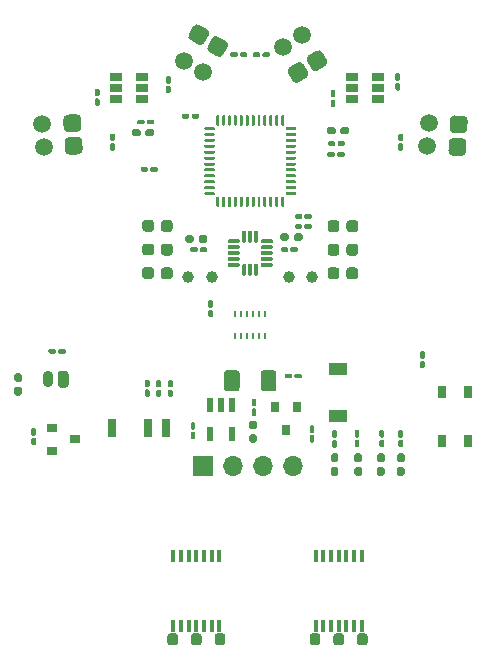
<source format=gts>
G04 #@! TF.GenerationSoftware,KiCad,Pcbnew,(5.1.7)-1*
G04 #@! TF.CreationDate,2021-06-23T20:49:00+09:00*
G04 #@! TF.ProjectId,lapis,6c617069-732e-46b6-9963-61645f706362,rev?*
G04 #@! TF.SameCoordinates,Original*
G04 #@! TF.FileFunction,Soldermask,Top*
G04 #@! TF.FilePolarity,Negative*
%FSLAX46Y46*%
G04 Gerber Fmt 4.6, Leading zero omitted, Abs format (unit mm)*
G04 Created by KiCad (PCBNEW (5.1.7)-1) date 2021-06-23 20:49:00*
%MOMM*%
%LPD*%
G01*
G04 APERTURE LIST*
%ADD10R,0.700000X1.500000*%
%ADD11C,1.000000*%
%ADD12R,0.600000X1.200000*%
%ADD13R,0.250000X0.500000*%
%ADD14R,0.450000X1.000000*%
%ADD15R,1.060000X0.650000*%
%ADD16R,0.650000X1.050000*%
%ADD17C,1.500000*%
%ADD18R,0.800000X0.900000*%
%ADD19R,0.900000X0.800000*%
%ADD20R,1.600000X1.000000*%
%ADD21O,1.700000X1.700000*%
%ADD22R,1.700000X1.700000*%
%ADD23O,0.900000X1.400000*%
G04 APERTURE END LIST*
D10*
X138090000Y-118800000D03*
X136590000Y-118800000D03*
X133590000Y-118800000D03*
D11*
X148500000Y-106000000D03*
X150500000Y-106000000D03*
X142000000Y-106000000D03*
X140000000Y-106000000D03*
D12*
X143750000Y-119350000D03*
X141850000Y-119350000D03*
X141850000Y-116850000D03*
X142800000Y-116850000D03*
X143750000Y-116850000D03*
D13*
X144000000Y-109140000D03*
X144500000Y-109140000D03*
X145000000Y-109140000D03*
X145500000Y-109140000D03*
X146000000Y-109140000D03*
X146500000Y-109140000D03*
X146500000Y-111040000D03*
X146000000Y-111040000D03*
X145500000Y-111040000D03*
X145000000Y-111040000D03*
X144500000Y-111040000D03*
X144000000Y-111040000D03*
D14*
X142650000Y-135538000D03*
X142000000Y-135538000D03*
X141350000Y-135538000D03*
X140700000Y-135538000D03*
X140050000Y-135538000D03*
X139400000Y-135538000D03*
X138750000Y-135538000D03*
X138750000Y-129662000D03*
X139400000Y-129662000D03*
X140050000Y-129662000D03*
X140700000Y-129662000D03*
X141350000Y-129662000D03*
X142000000Y-129662000D03*
X142650000Y-129662000D03*
X154690000Y-135530000D03*
X154040000Y-135530000D03*
X153390000Y-135530000D03*
X152740000Y-135530000D03*
X152090000Y-135530000D03*
X151440000Y-135530000D03*
X150790000Y-135530000D03*
X150790000Y-129654000D03*
X151440000Y-129654000D03*
X152090000Y-129654000D03*
X152740000Y-129654000D03*
X153390000Y-129654000D03*
X154040000Y-129654000D03*
X154690000Y-129654000D03*
G36*
G01*
X149670000Y-100790000D02*
X149670000Y-100990000D01*
G75*
G02*
X149570000Y-101090000I-100000J0D01*
G01*
X149135000Y-101090000D01*
G75*
G02*
X149035000Y-100990000I0J100000D01*
G01*
X149035000Y-100790000D01*
G75*
G02*
X149135000Y-100690000I100000J0D01*
G01*
X149570000Y-100690000D01*
G75*
G02*
X149670000Y-100790000I0J-100000D01*
G01*
G37*
G36*
G01*
X150485000Y-100790000D02*
X150485000Y-100990000D01*
G75*
G02*
X150385000Y-101090000I-100000J0D01*
G01*
X149950000Y-101090000D01*
G75*
G02*
X149850000Y-100990000I0J100000D01*
G01*
X149850000Y-100790000D01*
G75*
G02*
X149950000Y-100690000I100000J0D01*
G01*
X150385000Y-100690000D01*
G75*
G02*
X150485000Y-100790000I0J-100000D01*
G01*
G37*
G36*
G01*
X154300000Y-136965000D02*
X154300000Y-136415000D01*
G75*
G02*
X154525000Y-136190000I225000J0D01*
G01*
X154975000Y-136190000D01*
G75*
G02*
X155200000Y-136415000I0J-225000D01*
G01*
X155200000Y-136965000D01*
G75*
G02*
X154975000Y-137190000I-225000J0D01*
G01*
X154525000Y-137190000D01*
G75*
G02*
X154300000Y-136965000I0J225000D01*
G01*
G37*
G36*
G01*
X152300000Y-136965000D02*
X152300000Y-136415000D01*
G75*
G02*
X152525000Y-136190000I225000J0D01*
G01*
X152975000Y-136190000D01*
G75*
G02*
X153200000Y-136415000I0J-225000D01*
G01*
X153200000Y-136965000D01*
G75*
G02*
X152975000Y-137190000I-225000J0D01*
G01*
X152525000Y-137190000D01*
G75*
G02*
X152300000Y-136965000I0J225000D01*
G01*
G37*
G36*
G01*
X150300000Y-136965000D02*
X150300000Y-136415000D01*
G75*
G02*
X150525000Y-136190000I225000J0D01*
G01*
X150975000Y-136190000D01*
G75*
G02*
X151200000Y-136415000I0J-225000D01*
G01*
X151200000Y-136965000D01*
G75*
G02*
X150975000Y-137190000I-225000J0D01*
G01*
X150525000Y-137190000D01*
G75*
G02*
X150300000Y-136965000I0J225000D01*
G01*
G37*
G36*
G01*
X142245000Y-136965000D02*
X142245000Y-136415000D01*
G75*
G02*
X142470000Y-136190000I225000J0D01*
G01*
X142920000Y-136190000D01*
G75*
G02*
X143145000Y-136415000I0J-225000D01*
G01*
X143145000Y-136965000D01*
G75*
G02*
X142920000Y-137190000I-225000J0D01*
G01*
X142470000Y-137190000D01*
G75*
G02*
X142245000Y-136965000I0J225000D01*
G01*
G37*
G36*
G01*
X140245000Y-136965000D02*
X140245000Y-136415000D01*
G75*
G02*
X140470000Y-136190000I225000J0D01*
G01*
X140920000Y-136190000D01*
G75*
G02*
X141145000Y-136415000I0J-225000D01*
G01*
X141145000Y-136965000D01*
G75*
G02*
X140920000Y-137190000I-225000J0D01*
G01*
X140470000Y-137190000D01*
G75*
G02*
X140245000Y-136965000I0J225000D01*
G01*
G37*
G36*
G01*
X138245000Y-136965000D02*
X138245000Y-136415000D01*
G75*
G02*
X138470000Y-136190000I225000J0D01*
G01*
X138920000Y-136190000D01*
G75*
G02*
X139145000Y-136415000I0J-225000D01*
G01*
X139145000Y-136965000D01*
G75*
G02*
X138920000Y-137190000I-225000J0D01*
G01*
X138470000Y-137190000D01*
G75*
G02*
X138245000Y-136965000I0J225000D01*
G01*
G37*
G36*
G01*
X144575000Y-103012500D02*
X144575000Y-102187500D01*
G75*
G02*
X144662500Y-102100000I87500J0D01*
G01*
X144837500Y-102100000D01*
G75*
G02*
X144925000Y-102187500I0J-87500D01*
G01*
X144925000Y-103012500D01*
G75*
G02*
X144837500Y-103100000I-87500J0D01*
G01*
X144662500Y-103100000D01*
G75*
G02*
X144575000Y-103012500I0J87500D01*
G01*
G37*
G36*
G01*
X145075000Y-103012500D02*
X145075000Y-102187500D01*
G75*
G02*
X145162500Y-102100000I87500J0D01*
G01*
X145337500Y-102100000D01*
G75*
G02*
X145425000Y-102187500I0J-87500D01*
G01*
X145425000Y-103012500D01*
G75*
G02*
X145337500Y-103100000I-87500J0D01*
G01*
X145162500Y-103100000D01*
G75*
G02*
X145075000Y-103012500I0J87500D01*
G01*
G37*
G36*
G01*
X145575000Y-103012500D02*
X145575000Y-102187500D01*
G75*
G02*
X145662500Y-102100000I87500J0D01*
G01*
X145837500Y-102100000D01*
G75*
G02*
X145925000Y-102187500I0J-87500D01*
G01*
X145925000Y-103012500D01*
G75*
G02*
X145837500Y-103100000I-87500J0D01*
G01*
X145662500Y-103100000D01*
G75*
G02*
X145575000Y-103012500I0J87500D01*
G01*
G37*
G36*
G01*
X146150000Y-103087500D02*
X146150000Y-102912500D01*
G75*
G02*
X146237500Y-102825000I87500J0D01*
G01*
X147062500Y-102825000D01*
G75*
G02*
X147150000Y-102912500I0J-87500D01*
G01*
X147150000Y-103087500D01*
G75*
G02*
X147062500Y-103175000I-87500J0D01*
G01*
X146237500Y-103175000D01*
G75*
G02*
X146150000Y-103087500I0J87500D01*
G01*
G37*
G36*
G01*
X146150000Y-103587500D02*
X146150000Y-103412500D01*
G75*
G02*
X146237500Y-103325000I87500J0D01*
G01*
X147062500Y-103325000D01*
G75*
G02*
X147150000Y-103412500I0J-87500D01*
G01*
X147150000Y-103587500D01*
G75*
G02*
X147062500Y-103675000I-87500J0D01*
G01*
X146237500Y-103675000D01*
G75*
G02*
X146150000Y-103587500I0J87500D01*
G01*
G37*
G36*
G01*
X146150000Y-104087500D02*
X146150000Y-103912500D01*
G75*
G02*
X146237500Y-103825000I87500J0D01*
G01*
X147062500Y-103825000D01*
G75*
G02*
X147150000Y-103912500I0J-87500D01*
G01*
X147150000Y-104087500D01*
G75*
G02*
X147062500Y-104175000I-87500J0D01*
G01*
X146237500Y-104175000D01*
G75*
G02*
X146150000Y-104087500I0J87500D01*
G01*
G37*
G36*
G01*
X146150000Y-104587500D02*
X146150000Y-104412500D01*
G75*
G02*
X146237500Y-104325000I87500J0D01*
G01*
X147062500Y-104325000D01*
G75*
G02*
X147150000Y-104412500I0J-87500D01*
G01*
X147150000Y-104587500D01*
G75*
G02*
X147062500Y-104675000I-87500J0D01*
G01*
X146237500Y-104675000D01*
G75*
G02*
X146150000Y-104587500I0J87500D01*
G01*
G37*
G36*
G01*
X146150000Y-105087500D02*
X146150000Y-104912500D01*
G75*
G02*
X146237500Y-104825000I87500J0D01*
G01*
X147062500Y-104825000D01*
G75*
G02*
X147150000Y-104912500I0J-87500D01*
G01*
X147150000Y-105087500D01*
G75*
G02*
X147062500Y-105175000I-87500J0D01*
G01*
X146237500Y-105175000D01*
G75*
G02*
X146150000Y-105087500I0J87500D01*
G01*
G37*
G36*
G01*
X145575000Y-105812500D02*
X145575000Y-104987500D01*
G75*
G02*
X145662500Y-104900000I87500J0D01*
G01*
X145837500Y-104900000D01*
G75*
G02*
X145925000Y-104987500I0J-87500D01*
G01*
X145925000Y-105812500D01*
G75*
G02*
X145837500Y-105900000I-87500J0D01*
G01*
X145662500Y-105900000D01*
G75*
G02*
X145575000Y-105812500I0J87500D01*
G01*
G37*
G36*
G01*
X145075000Y-105812500D02*
X145075000Y-104987500D01*
G75*
G02*
X145162500Y-104900000I87500J0D01*
G01*
X145337500Y-104900000D01*
G75*
G02*
X145425000Y-104987500I0J-87500D01*
G01*
X145425000Y-105812500D01*
G75*
G02*
X145337500Y-105900000I-87500J0D01*
G01*
X145162500Y-105900000D01*
G75*
G02*
X145075000Y-105812500I0J87500D01*
G01*
G37*
G36*
G01*
X144575000Y-105812500D02*
X144575000Y-104987500D01*
G75*
G02*
X144662500Y-104900000I87500J0D01*
G01*
X144837500Y-104900000D01*
G75*
G02*
X144925000Y-104987500I0J-87500D01*
G01*
X144925000Y-105812500D01*
G75*
G02*
X144837500Y-105900000I-87500J0D01*
G01*
X144662500Y-105900000D01*
G75*
G02*
X144575000Y-105812500I0J87500D01*
G01*
G37*
G36*
G01*
X143350000Y-105087500D02*
X143350000Y-104912500D01*
G75*
G02*
X143437500Y-104825000I87500J0D01*
G01*
X144262500Y-104825000D01*
G75*
G02*
X144350000Y-104912500I0J-87500D01*
G01*
X144350000Y-105087500D01*
G75*
G02*
X144262500Y-105175000I-87500J0D01*
G01*
X143437500Y-105175000D01*
G75*
G02*
X143350000Y-105087500I0J87500D01*
G01*
G37*
G36*
G01*
X143350000Y-104587500D02*
X143350000Y-104412500D01*
G75*
G02*
X143437500Y-104325000I87500J0D01*
G01*
X144262500Y-104325000D01*
G75*
G02*
X144350000Y-104412500I0J-87500D01*
G01*
X144350000Y-104587500D01*
G75*
G02*
X144262500Y-104675000I-87500J0D01*
G01*
X143437500Y-104675000D01*
G75*
G02*
X143350000Y-104587500I0J87500D01*
G01*
G37*
G36*
G01*
X143350000Y-104087500D02*
X143350000Y-103912500D01*
G75*
G02*
X143437500Y-103825000I87500J0D01*
G01*
X144262500Y-103825000D01*
G75*
G02*
X144350000Y-103912500I0J-87500D01*
G01*
X144350000Y-104087500D01*
G75*
G02*
X144262500Y-104175000I-87500J0D01*
G01*
X143437500Y-104175000D01*
G75*
G02*
X143350000Y-104087500I0J87500D01*
G01*
G37*
G36*
G01*
X143350000Y-103587500D02*
X143350000Y-103412500D01*
G75*
G02*
X143437500Y-103325000I87500J0D01*
G01*
X144262500Y-103325000D01*
G75*
G02*
X144350000Y-103412500I0J-87500D01*
G01*
X144350000Y-103587500D01*
G75*
G02*
X144262500Y-103675000I-87500J0D01*
G01*
X143437500Y-103675000D01*
G75*
G02*
X143350000Y-103587500I0J87500D01*
G01*
G37*
G36*
G01*
X143350000Y-103087500D02*
X143350000Y-102912500D01*
G75*
G02*
X143437500Y-102825000I87500J0D01*
G01*
X144262500Y-102825000D01*
G75*
G02*
X144350000Y-102912500I0J-87500D01*
G01*
X144350000Y-103087500D01*
G75*
G02*
X144262500Y-103175000I-87500J0D01*
G01*
X143437500Y-103175000D01*
G75*
G02*
X143350000Y-103087500I0J87500D01*
G01*
G37*
G36*
G01*
X150590000Y-119220000D02*
X150390000Y-119220000D01*
G75*
G02*
X150290000Y-119120000I0J100000D01*
G01*
X150290000Y-118685000D01*
G75*
G02*
X150390000Y-118585000I100000J0D01*
G01*
X150590000Y-118585000D01*
G75*
G02*
X150690000Y-118685000I0J-100000D01*
G01*
X150690000Y-119120000D01*
G75*
G02*
X150590000Y-119220000I-100000J0D01*
G01*
G37*
G36*
G01*
X150590000Y-120035000D02*
X150390000Y-120035000D01*
G75*
G02*
X150290000Y-119935000I0J100000D01*
G01*
X150290000Y-119500000D01*
G75*
G02*
X150390000Y-119400000I100000J0D01*
G01*
X150590000Y-119400000D01*
G75*
G02*
X150690000Y-119500000I0J-100000D01*
G01*
X150690000Y-119935000D01*
G75*
G02*
X150590000Y-120035000I-100000J0D01*
G01*
G37*
G36*
G01*
X148810000Y-114300000D02*
X148810000Y-114500000D01*
G75*
G02*
X148710000Y-114600000I-100000J0D01*
G01*
X148275000Y-114600000D01*
G75*
G02*
X148175000Y-114500000I0J100000D01*
G01*
X148175000Y-114300000D01*
G75*
G02*
X148275000Y-114200000I100000J0D01*
G01*
X148710000Y-114200000D01*
G75*
G02*
X148810000Y-114300000I0J-100000D01*
G01*
G37*
G36*
G01*
X149625000Y-114300000D02*
X149625000Y-114500000D01*
G75*
G02*
X149525000Y-114600000I-100000J0D01*
G01*
X149090000Y-114600000D01*
G75*
G02*
X148990000Y-114500000I0J100000D01*
G01*
X148990000Y-114300000D01*
G75*
G02*
X149090000Y-114200000I100000J0D01*
G01*
X149525000Y-114200000D01*
G75*
G02*
X149625000Y-114300000I0J-100000D01*
G01*
G37*
G36*
G01*
X159930000Y-112940000D02*
X159730000Y-112940000D01*
G75*
G02*
X159630000Y-112840000I0J100000D01*
G01*
X159630000Y-112405000D01*
G75*
G02*
X159730000Y-112305000I100000J0D01*
G01*
X159930000Y-112305000D01*
G75*
G02*
X160030000Y-112405000I0J-100000D01*
G01*
X160030000Y-112840000D01*
G75*
G02*
X159930000Y-112940000I-100000J0D01*
G01*
G37*
G36*
G01*
X159930000Y-113755000D02*
X159730000Y-113755000D01*
G75*
G02*
X159630000Y-113655000I0J100000D01*
G01*
X159630000Y-113220000D01*
G75*
G02*
X159730000Y-113120000I100000J0D01*
G01*
X159930000Y-113120000D01*
G75*
G02*
X160030000Y-113220000I0J-100000D01*
G01*
X160030000Y-113655000D01*
G75*
G02*
X159930000Y-113755000I-100000J0D01*
G01*
G37*
G36*
G01*
X152500000Y-119642500D02*
X152300000Y-119642500D01*
G75*
G02*
X152200000Y-119542500I0J100000D01*
G01*
X152200000Y-119107500D01*
G75*
G02*
X152300000Y-119007500I100000J0D01*
G01*
X152500000Y-119007500D01*
G75*
G02*
X152600000Y-119107500I0J-100000D01*
G01*
X152600000Y-119542500D01*
G75*
G02*
X152500000Y-119642500I-100000J0D01*
G01*
G37*
G36*
G01*
X152500000Y-120457500D02*
X152300000Y-120457500D01*
G75*
G02*
X152200000Y-120357500I0J100000D01*
G01*
X152200000Y-119922500D01*
G75*
G02*
X152300000Y-119822500I100000J0D01*
G01*
X152500000Y-119822500D01*
G75*
G02*
X152600000Y-119922500I0J-100000D01*
G01*
X152600000Y-120357500D01*
G75*
G02*
X152500000Y-120457500I-100000J0D01*
G01*
G37*
G36*
G01*
X154400000Y-119610000D02*
X154200000Y-119610000D01*
G75*
G02*
X154100000Y-119510000I0J100000D01*
G01*
X154100000Y-119075000D01*
G75*
G02*
X154200000Y-118975000I100000J0D01*
G01*
X154400000Y-118975000D01*
G75*
G02*
X154500000Y-119075000I0J-100000D01*
G01*
X154500000Y-119510000D01*
G75*
G02*
X154400000Y-119610000I-100000J0D01*
G01*
G37*
G36*
G01*
X154400000Y-120425000D02*
X154200000Y-120425000D01*
G75*
G02*
X154100000Y-120325000I0J100000D01*
G01*
X154100000Y-119890000D01*
G75*
G02*
X154200000Y-119790000I100000J0D01*
G01*
X154400000Y-119790000D01*
G75*
G02*
X154500000Y-119890000I0J-100000D01*
G01*
X154500000Y-120325000D01*
G75*
G02*
X154400000Y-120425000I-100000J0D01*
G01*
G37*
G36*
G01*
X156500000Y-119610000D02*
X156300000Y-119610000D01*
G75*
G02*
X156200000Y-119510000I0J100000D01*
G01*
X156200000Y-119075000D01*
G75*
G02*
X156300000Y-118975000I100000J0D01*
G01*
X156500000Y-118975000D01*
G75*
G02*
X156600000Y-119075000I0J-100000D01*
G01*
X156600000Y-119510000D01*
G75*
G02*
X156500000Y-119610000I-100000J0D01*
G01*
G37*
G36*
G01*
X156500000Y-120425000D02*
X156300000Y-120425000D01*
G75*
G02*
X156200000Y-120325000I0J100000D01*
G01*
X156200000Y-119890000D01*
G75*
G02*
X156300000Y-119790000I100000J0D01*
G01*
X156500000Y-119790000D01*
G75*
G02*
X156600000Y-119890000I0J-100000D01*
G01*
X156600000Y-120325000D01*
G75*
G02*
X156500000Y-120425000I-100000J0D01*
G01*
G37*
G36*
G01*
X158100000Y-119610000D02*
X157900000Y-119610000D01*
G75*
G02*
X157800000Y-119510000I0J100000D01*
G01*
X157800000Y-119075000D01*
G75*
G02*
X157900000Y-118975000I100000J0D01*
G01*
X158100000Y-118975000D01*
G75*
G02*
X158200000Y-119075000I0J-100000D01*
G01*
X158200000Y-119510000D01*
G75*
G02*
X158100000Y-119610000I-100000J0D01*
G01*
G37*
G36*
G01*
X158100000Y-120425000D02*
X157900000Y-120425000D01*
G75*
G02*
X157800000Y-120325000I0J100000D01*
G01*
X157800000Y-119890000D01*
G75*
G02*
X157900000Y-119790000I100000J0D01*
G01*
X158100000Y-119790000D01*
G75*
G02*
X158200000Y-119890000I0J-100000D01*
G01*
X158200000Y-120325000D01*
G75*
G02*
X158100000Y-120425000I-100000J0D01*
G01*
G37*
G36*
G01*
X152360000Y-90810000D02*
X152160000Y-90810000D01*
G75*
G02*
X152060000Y-90710000I0J100000D01*
G01*
X152060000Y-90275000D01*
G75*
G02*
X152160000Y-90175000I100000J0D01*
G01*
X152360000Y-90175000D01*
G75*
G02*
X152460000Y-90275000I0J-100000D01*
G01*
X152460000Y-90710000D01*
G75*
G02*
X152360000Y-90810000I-100000J0D01*
G01*
G37*
G36*
G01*
X152360000Y-91625000D02*
X152160000Y-91625000D01*
G75*
G02*
X152060000Y-91525000I0J100000D01*
G01*
X152060000Y-91090000D01*
G75*
G02*
X152160000Y-90990000I100000J0D01*
G01*
X152360000Y-90990000D01*
G75*
G02*
X152460000Y-91090000I0J-100000D01*
G01*
X152460000Y-91525000D01*
G75*
G02*
X152360000Y-91625000I-100000J0D01*
G01*
G37*
G36*
G01*
X128990000Y-112400000D02*
X128990000Y-112200000D01*
G75*
G02*
X129090000Y-112100000I100000J0D01*
G01*
X129525000Y-112100000D01*
G75*
G02*
X129625000Y-112200000I0J-100000D01*
G01*
X129625000Y-112400000D01*
G75*
G02*
X129525000Y-112500000I-100000J0D01*
G01*
X129090000Y-112500000D01*
G75*
G02*
X128990000Y-112400000I0J100000D01*
G01*
G37*
G36*
G01*
X128175000Y-112400000D02*
X128175000Y-112200000D01*
G75*
G02*
X128275000Y-112100000I100000J0D01*
G01*
X128710000Y-112100000D01*
G75*
G02*
X128810000Y-112200000I0J-100000D01*
G01*
X128810000Y-112400000D01*
G75*
G02*
X128710000Y-112500000I-100000J0D01*
G01*
X128275000Y-112500000D01*
G75*
G02*
X128175000Y-112400000I0J100000D01*
G01*
G37*
G36*
G01*
X137400000Y-115550000D02*
X137600000Y-115550000D01*
G75*
G02*
X137700000Y-115650000I0J-100000D01*
G01*
X137700000Y-116085000D01*
G75*
G02*
X137600000Y-116185000I-100000J0D01*
G01*
X137400000Y-116185000D01*
G75*
G02*
X137300000Y-116085000I0J100000D01*
G01*
X137300000Y-115650000D01*
G75*
G02*
X137400000Y-115550000I100000J0D01*
G01*
G37*
G36*
G01*
X137400000Y-114735000D02*
X137600000Y-114735000D01*
G75*
G02*
X137700000Y-114835000I0J-100000D01*
G01*
X137700000Y-115270000D01*
G75*
G02*
X137600000Y-115370000I-100000J0D01*
G01*
X137400000Y-115370000D01*
G75*
G02*
X137300000Y-115270000I0J100000D01*
G01*
X137300000Y-114835000D01*
G75*
G02*
X137400000Y-114735000I100000J0D01*
G01*
G37*
G36*
G01*
X136630000Y-115350000D02*
X136430000Y-115350000D01*
G75*
G02*
X136330000Y-115250000I0J100000D01*
G01*
X136330000Y-114815000D01*
G75*
G02*
X136430000Y-114715000I100000J0D01*
G01*
X136630000Y-114715000D01*
G75*
G02*
X136730000Y-114815000I0J-100000D01*
G01*
X136730000Y-115250000D01*
G75*
G02*
X136630000Y-115350000I-100000J0D01*
G01*
G37*
G36*
G01*
X136630000Y-116165000D02*
X136430000Y-116165000D01*
G75*
G02*
X136330000Y-116065000I0J100000D01*
G01*
X136330000Y-115630000D01*
G75*
G02*
X136430000Y-115530000I100000J0D01*
G01*
X136630000Y-115530000D01*
G75*
G02*
X136730000Y-115630000I0J-100000D01*
G01*
X136730000Y-116065000D01*
G75*
G02*
X136630000Y-116165000I-100000J0D01*
G01*
G37*
G36*
G01*
X126830000Y-119640000D02*
X127030000Y-119640000D01*
G75*
G02*
X127130000Y-119740000I0J-100000D01*
G01*
X127130000Y-120175000D01*
G75*
G02*
X127030000Y-120275000I-100000J0D01*
G01*
X126830000Y-120275000D01*
G75*
G02*
X126730000Y-120175000I0J100000D01*
G01*
X126730000Y-119740000D01*
G75*
G02*
X126830000Y-119640000I100000J0D01*
G01*
G37*
G36*
G01*
X126830000Y-118825000D02*
X127030000Y-118825000D01*
G75*
G02*
X127130000Y-118925000I0J-100000D01*
G01*
X127130000Y-119360000D01*
G75*
G02*
X127030000Y-119460000I-100000J0D01*
G01*
X126830000Y-119460000D01*
G75*
G02*
X126730000Y-119360000I0J100000D01*
G01*
X126730000Y-118925000D01*
G75*
G02*
X126830000Y-118825000I100000J0D01*
G01*
G37*
G36*
G01*
X144390000Y-87300000D02*
X144390000Y-87100000D01*
G75*
G02*
X144490000Y-87000000I100000J0D01*
G01*
X144925000Y-87000000D01*
G75*
G02*
X145025000Y-87100000I0J-100000D01*
G01*
X145025000Y-87300000D01*
G75*
G02*
X144925000Y-87400000I-100000J0D01*
G01*
X144490000Y-87400000D01*
G75*
G02*
X144390000Y-87300000I0J100000D01*
G01*
G37*
G36*
G01*
X143575000Y-87300000D02*
X143575000Y-87100000D01*
G75*
G02*
X143675000Y-87000000I100000J0D01*
G01*
X144110000Y-87000000D01*
G75*
G02*
X144210000Y-87100000I0J-100000D01*
G01*
X144210000Y-87300000D01*
G75*
G02*
X144110000Y-87400000I-100000J0D01*
G01*
X143675000Y-87400000D01*
G75*
G02*
X143575000Y-87300000I0J100000D01*
G01*
G37*
G36*
G01*
X133700000Y-94510000D02*
X133500000Y-94510000D01*
G75*
G02*
X133400000Y-94410000I0J100000D01*
G01*
X133400000Y-93975000D01*
G75*
G02*
X133500000Y-93875000I100000J0D01*
G01*
X133700000Y-93875000D01*
G75*
G02*
X133800000Y-93975000I0J-100000D01*
G01*
X133800000Y-94410000D01*
G75*
G02*
X133700000Y-94510000I-100000J0D01*
G01*
G37*
G36*
G01*
X133700000Y-95325000D02*
X133500000Y-95325000D01*
G75*
G02*
X133400000Y-95225000I0J100000D01*
G01*
X133400000Y-94790000D01*
G75*
G02*
X133500000Y-94690000I100000J0D01*
G01*
X133700000Y-94690000D01*
G75*
G02*
X133800000Y-94790000I0J-100000D01*
G01*
X133800000Y-95225000D01*
G75*
G02*
X133700000Y-95325000I-100000J0D01*
G01*
G37*
G36*
G01*
X158100000Y-94510000D02*
X157900000Y-94510000D01*
G75*
G02*
X157800000Y-94410000I0J100000D01*
G01*
X157800000Y-93975000D01*
G75*
G02*
X157900000Y-93875000I100000J0D01*
G01*
X158100000Y-93875000D01*
G75*
G02*
X158200000Y-93975000I0J-100000D01*
G01*
X158200000Y-94410000D01*
G75*
G02*
X158100000Y-94510000I-100000J0D01*
G01*
G37*
G36*
G01*
X158100000Y-95325000D02*
X157900000Y-95325000D01*
G75*
G02*
X157800000Y-95225000I0J100000D01*
G01*
X157800000Y-94790000D01*
G75*
G02*
X157900000Y-94690000I100000J0D01*
G01*
X158100000Y-94690000D01*
G75*
G02*
X158200000Y-94790000I0J-100000D01*
G01*
X158200000Y-95225000D01*
G75*
G02*
X158100000Y-95325000I-100000J0D01*
G01*
G37*
G36*
G01*
X146110000Y-87100000D02*
X146110000Y-87300000D01*
G75*
G02*
X146010000Y-87400000I-100000J0D01*
G01*
X145575000Y-87400000D01*
G75*
G02*
X145475000Y-87300000I0J100000D01*
G01*
X145475000Y-87100000D01*
G75*
G02*
X145575000Y-87000000I100000J0D01*
G01*
X146010000Y-87000000D01*
G75*
G02*
X146110000Y-87100000I0J-100000D01*
G01*
G37*
G36*
G01*
X146925000Y-87100000D02*
X146925000Y-87300000D01*
G75*
G02*
X146825000Y-87400000I-100000J0D01*
G01*
X146390000Y-87400000D01*
G75*
G02*
X146290000Y-87300000I0J100000D01*
G01*
X146290000Y-87100000D01*
G75*
G02*
X146390000Y-87000000I100000J0D01*
G01*
X146825000Y-87000000D01*
G75*
G02*
X146925000Y-87100000I0J-100000D01*
G01*
G37*
G36*
G01*
X132400000Y-90712500D02*
X132200000Y-90712500D01*
G75*
G02*
X132100000Y-90612500I0J100000D01*
G01*
X132100000Y-90177500D01*
G75*
G02*
X132200000Y-90077500I100000J0D01*
G01*
X132400000Y-90077500D01*
G75*
G02*
X132500000Y-90177500I0J-100000D01*
G01*
X132500000Y-90612500D01*
G75*
G02*
X132400000Y-90712500I-100000J0D01*
G01*
G37*
G36*
G01*
X132400000Y-91527500D02*
X132200000Y-91527500D01*
G75*
G02*
X132100000Y-91427500I0J100000D01*
G01*
X132100000Y-90992500D01*
G75*
G02*
X132200000Y-90892500I100000J0D01*
G01*
X132400000Y-90892500D01*
G75*
G02*
X132500000Y-90992500I0J-100000D01*
G01*
X132500000Y-91427500D01*
G75*
G02*
X132400000Y-91527500I-100000J0D01*
G01*
G37*
G36*
G01*
X152240000Y-122090000D02*
X152560000Y-122090000D01*
G75*
G02*
X152720000Y-122250000I0J-160000D01*
G01*
X152720000Y-122695000D01*
G75*
G02*
X152560000Y-122855000I-160000J0D01*
G01*
X152240000Y-122855000D01*
G75*
G02*
X152080000Y-122695000I0J160000D01*
G01*
X152080000Y-122250000D01*
G75*
G02*
X152240000Y-122090000I160000J0D01*
G01*
G37*
G36*
G01*
X152240000Y-120945000D02*
X152560000Y-120945000D01*
G75*
G02*
X152720000Y-121105000I0J-160000D01*
G01*
X152720000Y-121550000D01*
G75*
G02*
X152560000Y-121710000I-160000J0D01*
G01*
X152240000Y-121710000D01*
G75*
G02*
X152080000Y-121550000I0J160000D01*
G01*
X152080000Y-121105000D01*
G75*
G02*
X152240000Y-120945000I160000J0D01*
G01*
G37*
G36*
G01*
X154240000Y-122090000D02*
X154560000Y-122090000D01*
G75*
G02*
X154720000Y-122250000I0J-160000D01*
G01*
X154720000Y-122695000D01*
G75*
G02*
X154560000Y-122855000I-160000J0D01*
G01*
X154240000Y-122855000D01*
G75*
G02*
X154080000Y-122695000I0J160000D01*
G01*
X154080000Y-122250000D01*
G75*
G02*
X154240000Y-122090000I160000J0D01*
G01*
G37*
G36*
G01*
X154240000Y-120945000D02*
X154560000Y-120945000D01*
G75*
G02*
X154720000Y-121105000I0J-160000D01*
G01*
X154720000Y-121550000D01*
G75*
G02*
X154560000Y-121710000I-160000J0D01*
G01*
X154240000Y-121710000D01*
G75*
G02*
X154080000Y-121550000I0J160000D01*
G01*
X154080000Y-121105000D01*
G75*
G02*
X154240000Y-120945000I160000J0D01*
G01*
G37*
G36*
G01*
X156160000Y-122100000D02*
X156480000Y-122100000D01*
G75*
G02*
X156640000Y-122260000I0J-160000D01*
G01*
X156640000Y-122705000D01*
G75*
G02*
X156480000Y-122865000I-160000J0D01*
G01*
X156160000Y-122865000D01*
G75*
G02*
X156000000Y-122705000I0J160000D01*
G01*
X156000000Y-122260000D01*
G75*
G02*
X156160000Y-122100000I160000J0D01*
G01*
G37*
G36*
G01*
X156160000Y-120955000D02*
X156480000Y-120955000D01*
G75*
G02*
X156640000Y-121115000I0J-160000D01*
G01*
X156640000Y-121560000D01*
G75*
G02*
X156480000Y-121720000I-160000J0D01*
G01*
X156160000Y-121720000D01*
G75*
G02*
X156000000Y-121560000I0J160000D01*
G01*
X156000000Y-121115000D01*
G75*
G02*
X156160000Y-120955000I160000J0D01*
G01*
G37*
G36*
G01*
X157840000Y-122090000D02*
X158160000Y-122090000D01*
G75*
G02*
X158320000Y-122250000I0J-160000D01*
G01*
X158320000Y-122695000D01*
G75*
G02*
X158160000Y-122855000I-160000J0D01*
G01*
X157840000Y-122855000D01*
G75*
G02*
X157680000Y-122695000I0J160000D01*
G01*
X157680000Y-122250000D01*
G75*
G02*
X157840000Y-122090000I160000J0D01*
G01*
G37*
G36*
G01*
X157840000Y-120945000D02*
X158160000Y-120945000D01*
G75*
G02*
X158320000Y-121105000I0J-160000D01*
G01*
X158320000Y-121550000D01*
G75*
G02*
X158160000Y-121710000I-160000J0D01*
G01*
X157840000Y-121710000D01*
G75*
G02*
X157680000Y-121550000I0J160000D01*
G01*
X157680000Y-121105000D01*
G75*
G02*
X157840000Y-120945000I160000J0D01*
G01*
G37*
G36*
G01*
X125760000Y-114910000D02*
X125440000Y-114910000D01*
G75*
G02*
X125280000Y-114750000I0J160000D01*
G01*
X125280000Y-114305000D01*
G75*
G02*
X125440000Y-114145000I160000J0D01*
G01*
X125760000Y-114145000D01*
G75*
G02*
X125920000Y-114305000I0J-160000D01*
G01*
X125920000Y-114750000D01*
G75*
G02*
X125760000Y-114910000I-160000J0D01*
G01*
G37*
G36*
G01*
X125760000Y-116055000D02*
X125440000Y-116055000D01*
G75*
G02*
X125280000Y-115895000I0J160000D01*
G01*
X125280000Y-115450000D01*
G75*
G02*
X125440000Y-115290000I160000J0D01*
G01*
X125760000Y-115290000D01*
G75*
G02*
X125920000Y-115450000I0J-160000D01*
G01*
X125920000Y-115895000D01*
G75*
G02*
X125760000Y-116055000I-160000J0D01*
G01*
G37*
G36*
G01*
X148950000Y-102785000D02*
X148950000Y-102475000D01*
G75*
G02*
X149105000Y-102320000I155000J0D01*
G01*
X149530000Y-102320000D01*
G75*
G02*
X149685000Y-102475000I0J-155000D01*
G01*
X149685000Y-102785000D01*
G75*
G02*
X149530000Y-102940000I-155000J0D01*
G01*
X149105000Y-102940000D01*
G75*
G02*
X148950000Y-102785000I0J155000D01*
G01*
G37*
G36*
G01*
X147815000Y-102785000D02*
X147815000Y-102475000D01*
G75*
G02*
X147970000Y-102320000I155000J0D01*
G01*
X148395000Y-102320000D01*
G75*
G02*
X148550000Y-102475000I0J-155000D01*
G01*
X148550000Y-102785000D01*
G75*
G02*
X148395000Y-102940000I-155000J0D01*
G01*
X147970000Y-102940000D01*
G75*
G02*
X147815000Y-102785000I0J155000D01*
G01*
G37*
G36*
G01*
X136610000Y-96800000D02*
X136610000Y-97000000D01*
G75*
G02*
X136510000Y-97100000I-100000J0D01*
G01*
X136075000Y-97100000D01*
G75*
G02*
X135975000Y-97000000I0J100000D01*
G01*
X135975000Y-96800000D01*
G75*
G02*
X136075000Y-96700000I100000J0D01*
G01*
X136510000Y-96700000D01*
G75*
G02*
X136610000Y-96800000I0J-100000D01*
G01*
G37*
G36*
G01*
X137425000Y-96800000D02*
X137425000Y-97000000D01*
G75*
G02*
X137325000Y-97100000I-100000J0D01*
G01*
X136890000Y-97100000D01*
G75*
G02*
X136790000Y-97000000I0J100000D01*
G01*
X136790000Y-96800000D01*
G75*
G02*
X136890000Y-96700000I100000J0D01*
G01*
X137325000Y-96700000D01*
G75*
G02*
X137425000Y-96800000I0J-100000D01*
G01*
G37*
G36*
G01*
X136317500Y-92800000D02*
X136317500Y-93000000D01*
G75*
G02*
X136217500Y-93100000I-100000J0D01*
G01*
X135782500Y-93100000D01*
G75*
G02*
X135682500Y-93000000I0J100000D01*
G01*
X135682500Y-92800000D01*
G75*
G02*
X135782500Y-92700000I100000J0D01*
G01*
X136217500Y-92700000D01*
G75*
G02*
X136317500Y-92800000I0J-100000D01*
G01*
G37*
G36*
G01*
X137132500Y-92800000D02*
X137132500Y-93000000D01*
G75*
G02*
X137032500Y-93100000I-100000J0D01*
G01*
X136597500Y-93100000D01*
G75*
G02*
X136497500Y-93000000I0J100000D01*
G01*
X136497500Y-92800000D01*
G75*
G02*
X136597500Y-92700000I100000J0D01*
G01*
X137032500Y-92700000D01*
G75*
G02*
X137132500Y-92800000I0J-100000D01*
G01*
G37*
G36*
G01*
X149660000Y-101640000D02*
X149660000Y-101840000D01*
G75*
G02*
X149560000Y-101940000I-100000J0D01*
G01*
X149125000Y-101940000D01*
G75*
G02*
X149025000Y-101840000I0J100000D01*
G01*
X149025000Y-101640000D01*
G75*
G02*
X149125000Y-101540000I100000J0D01*
G01*
X149560000Y-101540000D01*
G75*
G02*
X149660000Y-101640000I0J-100000D01*
G01*
G37*
G36*
G01*
X150475000Y-101640000D02*
X150475000Y-101840000D01*
G75*
G02*
X150375000Y-101940000I-100000J0D01*
G01*
X149940000Y-101940000D01*
G75*
G02*
X149840000Y-101840000I0J100000D01*
G01*
X149840000Y-101640000D01*
G75*
G02*
X149940000Y-101540000I100000J0D01*
G01*
X150375000Y-101540000D01*
G75*
G02*
X150475000Y-101640000I0J-100000D01*
G01*
G37*
G36*
G01*
X140110000Y-92300000D02*
X140110000Y-92500000D01*
G75*
G02*
X140010000Y-92600000I-100000J0D01*
G01*
X139575000Y-92600000D01*
G75*
G02*
X139475000Y-92500000I0J100000D01*
G01*
X139475000Y-92300000D01*
G75*
G02*
X139575000Y-92200000I100000J0D01*
G01*
X140010000Y-92200000D01*
G75*
G02*
X140110000Y-92300000I0J-100000D01*
G01*
G37*
G36*
G01*
X140925000Y-92300000D02*
X140925000Y-92500000D01*
G75*
G02*
X140825000Y-92600000I-100000J0D01*
G01*
X140390000Y-92600000D01*
G75*
G02*
X140290000Y-92500000I0J100000D01*
G01*
X140290000Y-92300000D01*
G75*
G02*
X140390000Y-92200000I100000J0D01*
G01*
X140825000Y-92200000D01*
G75*
G02*
X140925000Y-92300000I0J-100000D01*
G01*
G37*
G36*
G01*
X152647500Y-94820000D02*
X152647500Y-94620000D01*
G75*
G02*
X152747500Y-94520000I100000J0D01*
G01*
X153182500Y-94520000D01*
G75*
G02*
X153282500Y-94620000I0J-100000D01*
G01*
X153282500Y-94820000D01*
G75*
G02*
X153182500Y-94920000I-100000J0D01*
G01*
X152747500Y-94920000D01*
G75*
G02*
X152647500Y-94820000I0J100000D01*
G01*
G37*
G36*
G01*
X151832500Y-94820000D02*
X151832500Y-94620000D01*
G75*
G02*
X151932500Y-94520000I100000J0D01*
G01*
X152367500Y-94520000D01*
G75*
G02*
X152467500Y-94620000I0J-100000D01*
G01*
X152467500Y-94820000D01*
G75*
G02*
X152367500Y-94920000I-100000J0D01*
G01*
X151932500Y-94920000D01*
G75*
G02*
X151832500Y-94820000I0J100000D01*
G01*
G37*
G36*
G01*
X152887500Y-93785000D02*
X152887500Y-93475000D01*
G75*
G02*
X153042500Y-93320000I155000J0D01*
G01*
X153467500Y-93320000D01*
G75*
G02*
X153622500Y-93475000I0J-155000D01*
G01*
X153622500Y-93785000D01*
G75*
G02*
X153467500Y-93940000I-155000J0D01*
G01*
X153042500Y-93940000D01*
G75*
G02*
X152887500Y-93785000I0J155000D01*
G01*
G37*
G36*
G01*
X151752500Y-93785000D02*
X151752500Y-93475000D01*
G75*
G02*
X151907500Y-93320000I155000J0D01*
G01*
X152332500Y-93320000D01*
G75*
G02*
X152487500Y-93475000I0J-155000D01*
G01*
X152487500Y-93785000D01*
G75*
G02*
X152332500Y-93940000I-155000J0D01*
G01*
X151907500Y-93940000D01*
G75*
G02*
X151752500Y-93785000I0J155000D01*
G01*
G37*
G36*
G01*
X135967500Y-93645000D02*
X135967500Y-93955000D01*
G75*
G02*
X135812500Y-94110000I-155000J0D01*
G01*
X135387500Y-94110000D01*
G75*
G02*
X135232500Y-93955000I0J155000D01*
G01*
X135232500Y-93645000D01*
G75*
G02*
X135387500Y-93490000I155000J0D01*
G01*
X135812500Y-93490000D01*
G75*
G02*
X135967500Y-93645000I0J-155000D01*
G01*
G37*
G36*
G01*
X137102500Y-93645000D02*
X137102500Y-93955000D01*
G75*
G02*
X136947500Y-94110000I-155000J0D01*
G01*
X136522500Y-94110000D01*
G75*
G02*
X136367500Y-93955000I0J155000D01*
G01*
X136367500Y-93645000D01*
G75*
G02*
X136522500Y-93490000I155000J0D01*
G01*
X136947500Y-93490000D01*
G75*
G02*
X137102500Y-93645000I0J-155000D01*
G01*
G37*
G36*
G01*
X157650000Y-89590000D02*
X157850000Y-89590000D01*
G75*
G02*
X157950000Y-89690000I0J-100000D01*
G01*
X157950000Y-90125000D01*
G75*
G02*
X157850000Y-90225000I-100000J0D01*
G01*
X157650000Y-90225000D01*
G75*
G02*
X157550000Y-90125000I0J100000D01*
G01*
X157550000Y-89690000D01*
G75*
G02*
X157650000Y-89590000I100000J0D01*
G01*
G37*
G36*
G01*
X157650000Y-88775000D02*
X157850000Y-88775000D01*
G75*
G02*
X157950000Y-88875000I0J-100000D01*
G01*
X157950000Y-89310000D01*
G75*
G02*
X157850000Y-89410000I-100000J0D01*
G01*
X157650000Y-89410000D01*
G75*
G02*
X157550000Y-89310000I0J100000D01*
G01*
X157550000Y-88875000D01*
G75*
G02*
X157650000Y-88775000I100000J0D01*
G01*
G37*
G36*
G01*
X138600000Y-115370000D02*
X138400000Y-115370000D01*
G75*
G02*
X138300000Y-115270000I0J100000D01*
G01*
X138300000Y-114835000D01*
G75*
G02*
X138400000Y-114735000I100000J0D01*
G01*
X138600000Y-114735000D01*
G75*
G02*
X138700000Y-114835000I0J-100000D01*
G01*
X138700000Y-115270000D01*
G75*
G02*
X138600000Y-115370000I-100000J0D01*
G01*
G37*
G36*
G01*
X138600000Y-116185000D02*
X138400000Y-116185000D01*
G75*
G02*
X138300000Y-116085000I0J100000D01*
G01*
X138300000Y-115650000D01*
G75*
G02*
X138400000Y-115550000I100000J0D01*
G01*
X138600000Y-115550000D01*
G75*
G02*
X138700000Y-115650000I0J-100000D01*
G01*
X138700000Y-116085000D01*
G75*
G02*
X138600000Y-116185000I-100000J0D01*
G01*
G37*
G36*
G01*
X145655000Y-118910000D02*
X145345000Y-118910000D01*
G75*
G02*
X145190000Y-118755000I0J155000D01*
G01*
X145190000Y-118330000D01*
G75*
G02*
X145345000Y-118175000I155000J0D01*
G01*
X145655000Y-118175000D01*
G75*
G02*
X145810000Y-118330000I0J-155000D01*
G01*
X145810000Y-118755000D01*
G75*
G02*
X145655000Y-118910000I-155000J0D01*
G01*
G37*
G36*
G01*
X145655000Y-120045000D02*
X145345000Y-120045000D01*
G75*
G02*
X145190000Y-119890000I0J155000D01*
G01*
X145190000Y-119465000D01*
G75*
G02*
X145345000Y-119310000I155000J0D01*
G01*
X145655000Y-119310000D01*
G75*
G02*
X145810000Y-119465000I0J-155000D01*
G01*
X145810000Y-119890000D01*
G75*
G02*
X145655000Y-120045000I-155000J0D01*
G01*
G37*
G36*
G01*
X140510000Y-118950000D02*
X140310000Y-118950000D01*
G75*
G02*
X140210000Y-118850000I0J100000D01*
G01*
X140210000Y-118415000D01*
G75*
G02*
X140310000Y-118315000I100000J0D01*
G01*
X140510000Y-118315000D01*
G75*
G02*
X140610000Y-118415000I0J-100000D01*
G01*
X140610000Y-118850000D01*
G75*
G02*
X140510000Y-118950000I-100000J0D01*
G01*
G37*
G36*
G01*
X140510000Y-119765000D02*
X140310000Y-119765000D01*
G75*
G02*
X140210000Y-119665000I0J100000D01*
G01*
X140210000Y-119230000D01*
G75*
G02*
X140310000Y-119130000I100000J0D01*
G01*
X140510000Y-119130000D01*
G75*
G02*
X140610000Y-119230000I0J-100000D01*
G01*
X140610000Y-119665000D01*
G75*
G02*
X140510000Y-119765000I-100000J0D01*
G01*
G37*
G36*
G01*
X145470000Y-117140000D02*
X145670000Y-117140000D01*
G75*
G02*
X145770000Y-117240000I0J-100000D01*
G01*
X145770000Y-117675000D01*
G75*
G02*
X145670000Y-117775000I-100000J0D01*
G01*
X145470000Y-117775000D01*
G75*
G02*
X145370000Y-117675000I0J100000D01*
G01*
X145370000Y-117240000D01*
G75*
G02*
X145470000Y-117140000I100000J0D01*
G01*
G37*
G36*
G01*
X145470000Y-116325000D02*
X145670000Y-116325000D01*
G75*
G02*
X145770000Y-116425000I0J-100000D01*
G01*
X145770000Y-116860000D01*
G75*
G02*
X145670000Y-116960000I-100000J0D01*
G01*
X145470000Y-116960000D01*
G75*
G02*
X145370000Y-116860000I0J100000D01*
G01*
X145370000Y-116425000D01*
G75*
G02*
X145470000Y-116325000I100000J0D01*
G01*
G37*
G36*
G01*
X142000000Y-108610000D02*
X141800000Y-108610000D01*
G75*
G02*
X141700000Y-108510000I0J100000D01*
G01*
X141700000Y-108075000D01*
G75*
G02*
X141800000Y-107975000I100000J0D01*
G01*
X142000000Y-107975000D01*
G75*
G02*
X142100000Y-108075000I0J-100000D01*
G01*
X142100000Y-108510000D01*
G75*
G02*
X142000000Y-108610000I-100000J0D01*
G01*
G37*
G36*
G01*
X142000000Y-109425000D02*
X141800000Y-109425000D01*
G75*
G02*
X141700000Y-109325000I0J100000D01*
G01*
X141700000Y-108890000D01*
G75*
G02*
X141800000Y-108790000I100000J0D01*
G01*
X142000000Y-108790000D01*
G75*
G02*
X142100000Y-108890000I0J-100000D01*
G01*
X142100000Y-109325000D01*
G75*
G02*
X142000000Y-109425000I-100000J0D01*
G01*
G37*
G36*
G01*
X146150000Y-115450001D02*
X146150000Y-114149999D01*
G75*
G02*
X146399999Y-113900000I249999J0D01*
G01*
X147225001Y-113900000D01*
G75*
G02*
X147475000Y-114149999I0J-249999D01*
G01*
X147475000Y-115450001D01*
G75*
G02*
X147225001Y-115700000I-249999J0D01*
G01*
X146399999Y-115700000D01*
G75*
G02*
X146150000Y-115450001I0J249999D01*
G01*
G37*
G36*
G01*
X143025000Y-115450001D02*
X143025000Y-114149999D01*
G75*
G02*
X143274999Y-113900000I249999J0D01*
G01*
X144100001Y-113900000D01*
G75*
G02*
X144350000Y-114149999I0J-249999D01*
G01*
X144350000Y-115450001D01*
G75*
G02*
X144100001Y-115700000I-249999J0D01*
G01*
X143274999Y-115700000D01*
G75*
G02*
X143025000Y-115450001I0J249999D01*
G01*
G37*
G36*
G01*
X138220000Y-89830000D02*
X138420000Y-89830000D01*
G75*
G02*
X138520000Y-89930000I0J-100000D01*
G01*
X138520000Y-90365000D01*
G75*
G02*
X138420000Y-90465000I-100000J0D01*
G01*
X138220000Y-90465000D01*
G75*
G02*
X138120000Y-90365000I0J100000D01*
G01*
X138120000Y-89930000D01*
G75*
G02*
X138220000Y-89830000I100000J0D01*
G01*
G37*
G36*
G01*
X138220000Y-89015000D02*
X138420000Y-89015000D01*
G75*
G02*
X138520000Y-89115000I0J-100000D01*
G01*
X138520000Y-89550000D01*
G75*
G02*
X138420000Y-89650000I-100000J0D01*
G01*
X138220000Y-89650000D01*
G75*
G02*
X138120000Y-89550000I0J100000D01*
G01*
X138120000Y-89115000D01*
G75*
G02*
X138220000Y-89015000I100000J0D01*
G01*
G37*
G36*
G01*
X148660000Y-103790000D02*
X148660000Y-103590000D01*
G75*
G02*
X148760000Y-103490000I100000J0D01*
G01*
X149195000Y-103490000D01*
G75*
G02*
X149295000Y-103590000I0J-100000D01*
G01*
X149295000Y-103790000D01*
G75*
G02*
X149195000Y-103890000I-100000J0D01*
G01*
X148760000Y-103890000D01*
G75*
G02*
X148660000Y-103790000I0J100000D01*
G01*
G37*
G36*
G01*
X147845000Y-103790000D02*
X147845000Y-103590000D01*
G75*
G02*
X147945000Y-103490000I100000J0D01*
G01*
X148380000Y-103490000D01*
G75*
G02*
X148480000Y-103590000I0J-100000D01*
G01*
X148480000Y-103790000D01*
G75*
G02*
X148380000Y-103890000I-100000J0D01*
G01*
X147945000Y-103890000D01*
G75*
G02*
X147845000Y-103790000I0J100000D01*
G01*
G37*
G36*
G01*
X152610000Y-95730000D02*
X152610000Y-95530000D01*
G75*
G02*
X152710000Y-95430000I100000J0D01*
G01*
X153145000Y-95430000D01*
G75*
G02*
X153245000Y-95530000I0J-100000D01*
G01*
X153245000Y-95730000D01*
G75*
G02*
X153145000Y-95830000I-100000J0D01*
G01*
X152710000Y-95830000D01*
G75*
G02*
X152610000Y-95730000I0J100000D01*
G01*
G37*
G36*
G01*
X151795000Y-95730000D02*
X151795000Y-95530000D01*
G75*
G02*
X151895000Y-95430000I100000J0D01*
G01*
X152330000Y-95430000D01*
G75*
G02*
X152430000Y-95530000I0J-100000D01*
G01*
X152430000Y-95730000D01*
G75*
G02*
X152330000Y-95830000I-100000J0D01*
G01*
X151895000Y-95830000D01*
G75*
G02*
X151795000Y-95730000I0J100000D01*
G01*
G37*
G36*
G01*
X140810000Y-103600000D02*
X140810000Y-103800000D01*
G75*
G02*
X140710000Y-103900000I-100000J0D01*
G01*
X140275000Y-103900000D01*
G75*
G02*
X140175000Y-103800000I0J100000D01*
G01*
X140175000Y-103600000D01*
G75*
G02*
X140275000Y-103500000I100000J0D01*
G01*
X140710000Y-103500000D01*
G75*
G02*
X140810000Y-103600000I0J-100000D01*
G01*
G37*
G36*
G01*
X141625000Y-103600000D02*
X141625000Y-103800000D01*
G75*
G02*
X141525000Y-103900000I-100000J0D01*
G01*
X141090000Y-103900000D01*
G75*
G02*
X140990000Y-103800000I0J100000D01*
G01*
X140990000Y-103600000D01*
G75*
G02*
X141090000Y-103500000I100000J0D01*
G01*
X141525000Y-103500000D01*
G75*
G02*
X141625000Y-103600000I0J-100000D01*
G01*
G37*
G36*
G01*
X140500000Y-102645000D02*
X140500000Y-102955000D01*
G75*
G02*
X140345000Y-103110000I-155000J0D01*
G01*
X139920000Y-103110000D01*
G75*
G02*
X139765000Y-102955000I0J155000D01*
G01*
X139765000Y-102645000D01*
G75*
G02*
X139920000Y-102490000I155000J0D01*
G01*
X140345000Y-102490000D01*
G75*
G02*
X140500000Y-102645000I0J-155000D01*
G01*
G37*
G36*
G01*
X141635000Y-102645000D02*
X141635000Y-102955000D01*
G75*
G02*
X141480000Y-103110000I-155000J0D01*
G01*
X141055000Y-103110000D01*
G75*
G02*
X140900000Y-102955000I0J155000D01*
G01*
X140900000Y-102645000D01*
G75*
G02*
X141055000Y-102490000I155000J0D01*
G01*
X141480000Y-102490000D01*
G75*
G02*
X141635000Y-102645000I0J-155000D01*
G01*
G37*
G36*
G01*
X136360000Y-105180000D02*
X136860000Y-105180000D01*
G75*
G02*
X137110000Y-105430000I0J-250000D01*
G01*
X137110000Y-105930000D01*
G75*
G02*
X136860000Y-106180000I-250000J0D01*
G01*
X136360000Y-106180000D01*
G75*
G02*
X136110000Y-105930000I0J250000D01*
G01*
X136110000Y-105430000D01*
G75*
G02*
X136360000Y-105180000I250000J0D01*
G01*
G37*
G36*
G01*
X136360000Y-103180000D02*
X136860000Y-103180000D01*
G75*
G02*
X137110000Y-103430000I0J-250000D01*
G01*
X137110000Y-103930000D01*
G75*
G02*
X136860000Y-104180000I-250000J0D01*
G01*
X136360000Y-104180000D01*
G75*
G02*
X136110000Y-103930000I0J250000D01*
G01*
X136110000Y-103430000D01*
G75*
G02*
X136360000Y-103180000I250000J0D01*
G01*
G37*
G36*
G01*
X136360000Y-101180000D02*
X136860000Y-101180000D01*
G75*
G02*
X137110000Y-101430000I0J-250000D01*
G01*
X137110000Y-101930000D01*
G75*
G02*
X136860000Y-102180000I-250000J0D01*
G01*
X136360000Y-102180000D01*
G75*
G02*
X136110000Y-101930000I0J250000D01*
G01*
X136110000Y-101430000D01*
G75*
G02*
X136360000Y-101180000I250000J0D01*
G01*
G37*
G36*
G01*
X138440000Y-102200000D02*
X137940000Y-102200000D01*
G75*
G02*
X137690000Y-101950000I0J250000D01*
G01*
X137690000Y-101450000D01*
G75*
G02*
X137940000Y-101200000I250000J0D01*
G01*
X138440000Y-101200000D01*
G75*
G02*
X138690000Y-101450000I0J-250000D01*
G01*
X138690000Y-101950000D01*
G75*
G02*
X138440000Y-102200000I-250000J0D01*
G01*
G37*
G36*
G01*
X138440000Y-104200000D02*
X137940000Y-104200000D01*
G75*
G02*
X137690000Y-103950000I0J250000D01*
G01*
X137690000Y-103450000D01*
G75*
G02*
X137940000Y-103200000I250000J0D01*
G01*
X138440000Y-103200000D01*
G75*
G02*
X138690000Y-103450000I0J-250000D01*
G01*
X138690000Y-103950000D01*
G75*
G02*
X138440000Y-104200000I-250000J0D01*
G01*
G37*
G36*
G01*
X138440000Y-106200000D02*
X137940000Y-106200000D01*
G75*
G02*
X137690000Y-105950000I0J250000D01*
G01*
X137690000Y-105450000D01*
G75*
G02*
X137940000Y-105200000I250000J0D01*
G01*
X138440000Y-105200000D01*
G75*
G02*
X138690000Y-105450000I0J-250000D01*
G01*
X138690000Y-105950000D01*
G75*
G02*
X138440000Y-106200000I-250000J0D01*
G01*
G37*
G36*
G01*
X152050000Y-105210000D02*
X152550000Y-105210000D01*
G75*
G02*
X152800000Y-105460000I0J-250000D01*
G01*
X152800000Y-105960000D01*
G75*
G02*
X152550000Y-106210000I-250000J0D01*
G01*
X152050000Y-106210000D01*
G75*
G02*
X151800000Y-105960000I0J250000D01*
G01*
X151800000Y-105460000D01*
G75*
G02*
X152050000Y-105210000I250000J0D01*
G01*
G37*
G36*
G01*
X152050000Y-103210000D02*
X152550000Y-103210000D01*
G75*
G02*
X152800000Y-103460000I0J-250000D01*
G01*
X152800000Y-103960000D01*
G75*
G02*
X152550000Y-104210000I-250000J0D01*
G01*
X152050000Y-104210000D01*
G75*
G02*
X151800000Y-103960000I0J250000D01*
G01*
X151800000Y-103460000D01*
G75*
G02*
X152050000Y-103210000I250000J0D01*
G01*
G37*
G36*
G01*
X152050000Y-101210000D02*
X152550000Y-101210000D01*
G75*
G02*
X152800000Y-101460000I0J-250000D01*
G01*
X152800000Y-101960000D01*
G75*
G02*
X152550000Y-102210000I-250000J0D01*
G01*
X152050000Y-102210000D01*
G75*
G02*
X151800000Y-101960000I0J250000D01*
G01*
X151800000Y-101460000D01*
G75*
G02*
X152050000Y-101210000I250000J0D01*
G01*
G37*
G36*
G01*
X154150000Y-102210000D02*
X153650000Y-102210000D01*
G75*
G02*
X153400000Y-101960000I0J250000D01*
G01*
X153400000Y-101460000D01*
G75*
G02*
X153650000Y-101210000I250000J0D01*
G01*
X154150000Y-101210000D01*
G75*
G02*
X154400000Y-101460000I0J-250000D01*
G01*
X154400000Y-101960000D01*
G75*
G02*
X154150000Y-102210000I-250000J0D01*
G01*
G37*
G36*
G01*
X154150000Y-104210000D02*
X153650000Y-104210000D01*
G75*
G02*
X153400000Y-103960000I0J250000D01*
G01*
X153400000Y-103460000D01*
G75*
G02*
X153650000Y-103210000I250000J0D01*
G01*
X154150000Y-103210000D01*
G75*
G02*
X154400000Y-103460000I0J-250000D01*
G01*
X154400000Y-103960000D01*
G75*
G02*
X154150000Y-104210000I-250000J0D01*
G01*
G37*
G36*
G01*
X154150000Y-106210000D02*
X153650000Y-106210000D01*
G75*
G02*
X153400000Y-105960000I0J250000D01*
G01*
X153400000Y-105460000D01*
G75*
G02*
X153650000Y-105210000I250000J0D01*
G01*
X154150000Y-105210000D01*
G75*
G02*
X154400000Y-105460000I0J-250000D01*
G01*
X154400000Y-105960000D01*
G75*
G02*
X154150000Y-106210000I-250000J0D01*
G01*
G37*
D15*
X156100000Y-90000000D03*
X156100000Y-89050000D03*
X156100000Y-90950000D03*
X153900000Y-90950000D03*
X153900000Y-90000000D03*
X153900000Y-89050000D03*
X136100000Y-90000000D03*
X136100000Y-89050000D03*
X136100000Y-90950000D03*
X133900000Y-90950000D03*
X133900000Y-90000000D03*
X133900000Y-89050000D03*
D16*
X161525000Y-119875000D03*
X161525000Y-115725000D03*
X163675000Y-119875000D03*
X163675000Y-115725000D03*
D17*
X160261547Y-94911355D03*
G36*
G01*
X163562631Y-94651403D02*
X163536456Y-95400946D01*
G75*
G02*
X163148597Y-95762631I-374772J13087D01*
G01*
X162399054Y-95736456D01*
G75*
G02*
X162037369Y-95348597I13087J374772D01*
G01*
X162063544Y-94599054D01*
G75*
G02*
X162451403Y-94237369I374772J-13087D01*
G01*
X163200946Y-94263544D01*
G75*
G02*
X163562631Y-94651403I-13087J-374772D01*
G01*
G37*
G36*
G01*
X149999760Y-89162020D02*
X149350240Y-89537020D01*
G75*
G02*
X148837980Y-89399760I-187500J324760D01*
G01*
X148462980Y-88750240D01*
G75*
G02*
X148600240Y-88237980I324760J187500D01*
G01*
X149249760Y-87862980D01*
G75*
G02*
X149762020Y-88000240I187500J-324760D01*
G01*
X150137020Y-88649760D01*
G75*
G02*
X149999760Y-89162020I-324760J-187500D01*
G01*
G37*
X148030000Y-86500295D03*
X141230000Y-88699705D03*
G36*
G01*
X142550240Y-85662980D02*
X143199760Y-86037980D01*
G75*
G02*
X143337020Y-86550240I-187500J-324760D01*
G01*
X142962020Y-87199760D01*
G75*
G02*
X142449760Y-87337020I-324760J187500D01*
G01*
X141800240Y-86962020D01*
G75*
G02*
X141662980Y-86449760I187500J324760D01*
G01*
X142037980Y-85800240D01*
G75*
G02*
X142550240Y-85662980I324760J-187500D01*
G01*
G37*
X127761547Y-94988645D03*
G36*
G01*
X131036456Y-94499054D02*
X131062631Y-95248597D01*
G75*
G02*
X130700946Y-95636456I-374772J-13087D01*
G01*
X129951403Y-95662631D01*
G75*
G02*
X129563544Y-95300946I-13087J374772D01*
G01*
X129537369Y-94551403D01*
G75*
G02*
X129899054Y-94163544I374772J13087D01*
G01*
X130648597Y-94137369D01*
G75*
G02*
X131036456Y-94499054I13087J-374772D01*
G01*
G37*
G36*
G01*
X130936456Y-92599054D02*
X130962631Y-93348597D01*
G75*
G02*
X130600946Y-93736456I-374772J-13087D01*
G01*
X129851403Y-93762631D01*
G75*
G02*
X129463544Y-93400946I-13087J374772D01*
G01*
X129437369Y-92651403D01*
G75*
G02*
X129799054Y-92263544I374772J13087D01*
G01*
X130548597Y-92237369D01*
G75*
G02*
X130936456Y-92599054I13087J-374772D01*
G01*
G37*
X127661547Y-93088645D03*
G36*
G01*
X151599760Y-88162020D02*
X150950240Y-88537020D01*
G75*
G02*
X150437980Y-88399760I-187500J324760D01*
G01*
X150062980Y-87750240D01*
G75*
G02*
X150200240Y-87237980I324760J187500D01*
G01*
X150849760Y-86862980D01*
G75*
G02*
X151362020Y-87000240I187500J-324760D01*
G01*
X151737020Y-87649760D01*
G75*
G02*
X151599760Y-88162020I-324760J-187500D01*
G01*
G37*
X149630000Y-85500295D03*
X139630000Y-87699705D03*
G36*
G01*
X140950240Y-84662980D02*
X141599760Y-85037980D01*
G75*
G02*
X141737020Y-85550240I-187500J-324760D01*
G01*
X141362020Y-86199760D01*
G75*
G02*
X140849760Y-86337020I-324760J187500D01*
G01*
X140200240Y-85962020D01*
G75*
G02*
X140062980Y-85449760I187500J324760D01*
G01*
X140437980Y-84800240D01*
G75*
G02*
X140950240Y-84662980I324760J-187500D01*
G01*
G37*
X160361547Y-93011355D03*
G36*
G01*
X163662631Y-92751403D02*
X163636456Y-93500946D01*
G75*
G02*
X163248597Y-93862631I-374772J13087D01*
G01*
X162499054Y-93836456D01*
G75*
G02*
X162137369Y-93448597I13087J374772D01*
G01*
X162163544Y-92699054D01*
G75*
G02*
X162551403Y-92337369I374772J-13087D01*
G01*
X163300946Y-92363544D01*
G75*
G02*
X163662631Y-92751403I-13087J-374772D01*
G01*
G37*
G36*
G01*
X142375000Y-93137500D02*
X142375000Y-92387500D01*
G75*
G02*
X142437500Y-92325000I62500J0D01*
G01*
X142562500Y-92325000D01*
G75*
G02*
X142625000Y-92387500I0J-62500D01*
G01*
X142625000Y-93137500D01*
G75*
G02*
X142562500Y-93200000I-62500J0D01*
G01*
X142437500Y-93200000D01*
G75*
G02*
X142375000Y-93137500I0J62500D01*
G01*
G37*
G36*
G01*
X142875000Y-93137500D02*
X142875000Y-92387500D01*
G75*
G02*
X142937500Y-92325000I62500J0D01*
G01*
X143062500Y-92325000D01*
G75*
G02*
X143125000Y-92387500I0J-62500D01*
G01*
X143125000Y-93137500D01*
G75*
G02*
X143062500Y-93200000I-62500J0D01*
G01*
X142937500Y-93200000D01*
G75*
G02*
X142875000Y-93137500I0J62500D01*
G01*
G37*
G36*
G01*
X143375000Y-93137500D02*
X143375000Y-92387500D01*
G75*
G02*
X143437500Y-92325000I62500J0D01*
G01*
X143562500Y-92325000D01*
G75*
G02*
X143625000Y-92387500I0J-62500D01*
G01*
X143625000Y-93137500D01*
G75*
G02*
X143562500Y-93200000I-62500J0D01*
G01*
X143437500Y-93200000D01*
G75*
G02*
X143375000Y-93137500I0J62500D01*
G01*
G37*
G36*
G01*
X143875000Y-93137500D02*
X143875000Y-92387500D01*
G75*
G02*
X143937500Y-92325000I62500J0D01*
G01*
X144062500Y-92325000D01*
G75*
G02*
X144125000Y-92387500I0J-62500D01*
G01*
X144125000Y-93137500D01*
G75*
G02*
X144062500Y-93200000I-62500J0D01*
G01*
X143937500Y-93200000D01*
G75*
G02*
X143875000Y-93137500I0J62500D01*
G01*
G37*
G36*
G01*
X144375000Y-93137500D02*
X144375000Y-92387500D01*
G75*
G02*
X144437500Y-92325000I62500J0D01*
G01*
X144562500Y-92325000D01*
G75*
G02*
X144625000Y-92387500I0J-62500D01*
G01*
X144625000Y-93137500D01*
G75*
G02*
X144562500Y-93200000I-62500J0D01*
G01*
X144437500Y-93200000D01*
G75*
G02*
X144375000Y-93137500I0J62500D01*
G01*
G37*
G36*
G01*
X144875000Y-93137500D02*
X144875000Y-92387500D01*
G75*
G02*
X144937500Y-92325000I62500J0D01*
G01*
X145062500Y-92325000D01*
G75*
G02*
X145125000Y-92387500I0J-62500D01*
G01*
X145125000Y-93137500D01*
G75*
G02*
X145062500Y-93200000I-62500J0D01*
G01*
X144937500Y-93200000D01*
G75*
G02*
X144875000Y-93137500I0J62500D01*
G01*
G37*
G36*
G01*
X145375000Y-93137500D02*
X145375000Y-92387500D01*
G75*
G02*
X145437500Y-92325000I62500J0D01*
G01*
X145562500Y-92325000D01*
G75*
G02*
X145625000Y-92387500I0J-62500D01*
G01*
X145625000Y-93137500D01*
G75*
G02*
X145562500Y-93200000I-62500J0D01*
G01*
X145437500Y-93200000D01*
G75*
G02*
X145375000Y-93137500I0J62500D01*
G01*
G37*
G36*
G01*
X145875000Y-93137500D02*
X145875000Y-92387500D01*
G75*
G02*
X145937500Y-92325000I62500J0D01*
G01*
X146062500Y-92325000D01*
G75*
G02*
X146125000Y-92387500I0J-62500D01*
G01*
X146125000Y-93137500D01*
G75*
G02*
X146062500Y-93200000I-62500J0D01*
G01*
X145937500Y-93200000D01*
G75*
G02*
X145875000Y-93137500I0J62500D01*
G01*
G37*
G36*
G01*
X146375000Y-93137500D02*
X146375000Y-92387500D01*
G75*
G02*
X146437500Y-92325000I62500J0D01*
G01*
X146562500Y-92325000D01*
G75*
G02*
X146625000Y-92387500I0J-62500D01*
G01*
X146625000Y-93137500D01*
G75*
G02*
X146562500Y-93200000I-62500J0D01*
G01*
X146437500Y-93200000D01*
G75*
G02*
X146375000Y-93137500I0J62500D01*
G01*
G37*
G36*
G01*
X146875000Y-93137500D02*
X146875000Y-92387500D01*
G75*
G02*
X146937500Y-92325000I62500J0D01*
G01*
X147062500Y-92325000D01*
G75*
G02*
X147125000Y-92387500I0J-62500D01*
G01*
X147125000Y-93137500D01*
G75*
G02*
X147062500Y-93200000I-62500J0D01*
G01*
X146937500Y-93200000D01*
G75*
G02*
X146875000Y-93137500I0J62500D01*
G01*
G37*
G36*
G01*
X147375000Y-93137500D02*
X147375000Y-92387500D01*
G75*
G02*
X147437500Y-92325000I62500J0D01*
G01*
X147562500Y-92325000D01*
G75*
G02*
X147625000Y-92387500I0J-62500D01*
G01*
X147625000Y-93137500D01*
G75*
G02*
X147562500Y-93200000I-62500J0D01*
G01*
X147437500Y-93200000D01*
G75*
G02*
X147375000Y-93137500I0J62500D01*
G01*
G37*
G36*
G01*
X147875000Y-93137500D02*
X147875000Y-92387500D01*
G75*
G02*
X147937500Y-92325000I62500J0D01*
G01*
X148062500Y-92325000D01*
G75*
G02*
X148125000Y-92387500I0J-62500D01*
G01*
X148125000Y-93137500D01*
G75*
G02*
X148062500Y-93200000I-62500J0D01*
G01*
X147937500Y-93200000D01*
G75*
G02*
X147875000Y-93137500I0J62500D01*
G01*
G37*
G36*
G01*
X148250000Y-93512500D02*
X148250000Y-93387500D01*
G75*
G02*
X148312500Y-93325000I62500J0D01*
G01*
X149062500Y-93325000D01*
G75*
G02*
X149125000Y-93387500I0J-62500D01*
G01*
X149125000Y-93512500D01*
G75*
G02*
X149062500Y-93575000I-62500J0D01*
G01*
X148312500Y-93575000D01*
G75*
G02*
X148250000Y-93512500I0J62500D01*
G01*
G37*
G36*
G01*
X148250000Y-94012500D02*
X148250000Y-93887500D01*
G75*
G02*
X148312500Y-93825000I62500J0D01*
G01*
X149062500Y-93825000D01*
G75*
G02*
X149125000Y-93887500I0J-62500D01*
G01*
X149125000Y-94012500D01*
G75*
G02*
X149062500Y-94075000I-62500J0D01*
G01*
X148312500Y-94075000D01*
G75*
G02*
X148250000Y-94012500I0J62500D01*
G01*
G37*
G36*
G01*
X148250000Y-94512500D02*
X148250000Y-94387500D01*
G75*
G02*
X148312500Y-94325000I62500J0D01*
G01*
X149062500Y-94325000D01*
G75*
G02*
X149125000Y-94387500I0J-62500D01*
G01*
X149125000Y-94512500D01*
G75*
G02*
X149062500Y-94575000I-62500J0D01*
G01*
X148312500Y-94575000D01*
G75*
G02*
X148250000Y-94512500I0J62500D01*
G01*
G37*
G36*
G01*
X148250000Y-95012500D02*
X148250000Y-94887500D01*
G75*
G02*
X148312500Y-94825000I62500J0D01*
G01*
X149062500Y-94825000D01*
G75*
G02*
X149125000Y-94887500I0J-62500D01*
G01*
X149125000Y-95012500D01*
G75*
G02*
X149062500Y-95075000I-62500J0D01*
G01*
X148312500Y-95075000D01*
G75*
G02*
X148250000Y-95012500I0J62500D01*
G01*
G37*
G36*
G01*
X148250000Y-95512500D02*
X148250000Y-95387500D01*
G75*
G02*
X148312500Y-95325000I62500J0D01*
G01*
X149062500Y-95325000D01*
G75*
G02*
X149125000Y-95387500I0J-62500D01*
G01*
X149125000Y-95512500D01*
G75*
G02*
X149062500Y-95575000I-62500J0D01*
G01*
X148312500Y-95575000D01*
G75*
G02*
X148250000Y-95512500I0J62500D01*
G01*
G37*
G36*
G01*
X148250000Y-96012500D02*
X148250000Y-95887500D01*
G75*
G02*
X148312500Y-95825000I62500J0D01*
G01*
X149062500Y-95825000D01*
G75*
G02*
X149125000Y-95887500I0J-62500D01*
G01*
X149125000Y-96012500D01*
G75*
G02*
X149062500Y-96075000I-62500J0D01*
G01*
X148312500Y-96075000D01*
G75*
G02*
X148250000Y-96012500I0J62500D01*
G01*
G37*
G36*
G01*
X148250000Y-96512500D02*
X148250000Y-96387500D01*
G75*
G02*
X148312500Y-96325000I62500J0D01*
G01*
X149062500Y-96325000D01*
G75*
G02*
X149125000Y-96387500I0J-62500D01*
G01*
X149125000Y-96512500D01*
G75*
G02*
X149062500Y-96575000I-62500J0D01*
G01*
X148312500Y-96575000D01*
G75*
G02*
X148250000Y-96512500I0J62500D01*
G01*
G37*
G36*
G01*
X148250000Y-97012500D02*
X148250000Y-96887500D01*
G75*
G02*
X148312500Y-96825000I62500J0D01*
G01*
X149062500Y-96825000D01*
G75*
G02*
X149125000Y-96887500I0J-62500D01*
G01*
X149125000Y-97012500D01*
G75*
G02*
X149062500Y-97075000I-62500J0D01*
G01*
X148312500Y-97075000D01*
G75*
G02*
X148250000Y-97012500I0J62500D01*
G01*
G37*
G36*
G01*
X148250000Y-97512500D02*
X148250000Y-97387500D01*
G75*
G02*
X148312500Y-97325000I62500J0D01*
G01*
X149062500Y-97325000D01*
G75*
G02*
X149125000Y-97387500I0J-62500D01*
G01*
X149125000Y-97512500D01*
G75*
G02*
X149062500Y-97575000I-62500J0D01*
G01*
X148312500Y-97575000D01*
G75*
G02*
X148250000Y-97512500I0J62500D01*
G01*
G37*
G36*
G01*
X148250000Y-98012500D02*
X148250000Y-97887500D01*
G75*
G02*
X148312500Y-97825000I62500J0D01*
G01*
X149062500Y-97825000D01*
G75*
G02*
X149125000Y-97887500I0J-62500D01*
G01*
X149125000Y-98012500D01*
G75*
G02*
X149062500Y-98075000I-62500J0D01*
G01*
X148312500Y-98075000D01*
G75*
G02*
X148250000Y-98012500I0J62500D01*
G01*
G37*
G36*
G01*
X148250000Y-98512500D02*
X148250000Y-98387500D01*
G75*
G02*
X148312500Y-98325000I62500J0D01*
G01*
X149062500Y-98325000D01*
G75*
G02*
X149125000Y-98387500I0J-62500D01*
G01*
X149125000Y-98512500D01*
G75*
G02*
X149062500Y-98575000I-62500J0D01*
G01*
X148312500Y-98575000D01*
G75*
G02*
X148250000Y-98512500I0J62500D01*
G01*
G37*
G36*
G01*
X148250000Y-99012500D02*
X148250000Y-98887500D01*
G75*
G02*
X148312500Y-98825000I62500J0D01*
G01*
X149062500Y-98825000D01*
G75*
G02*
X149125000Y-98887500I0J-62500D01*
G01*
X149125000Y-99012500D01*
G75*
G02*
X149062500Y-99075000I-62500J0D01*
G01*
X148312500Y-99075000D01*
G75*
G02*
X148250000Y-99012500I0J62500D01*
G01*
G37*
G36*
G01*
X147875000Y-100012500D02*
X147875000Y-99262500D01*
G75*
G02*
X147937500Y-99200000I62500J0D01*
G01*
X148062500Y-99200000D01*
G75*
G02*
X148125000Y-99262500I0J-62500D01*
G01*
X148125000Y-100012500D01*
G75*
G02*
X148062500Y-100075000I-62500J0D01*
G01*
X147937500Y-100075000D01*
G75*
G02*
X147875000Y-100012500I0J62500D01*
G01*
G37*
G36*
G01*
X147375000Y-100012500D02*
X147375000Y-99262500D01*
G75*
G02*
X147437500Y-99200000I62500J0D01*
G01*
X147562500Y-99200000D01*
G75*
G02*
X147625000Y-99262500I0J-62500D01*
G01*
X147625000Y-100012500D01*
G75*
G02*
X147562500Y-100075000I-62500J0D01*
G01*
X147437500Y-100075000D01*
G75*
G02*
X147375000Y-100012500I0J62500D01*
G01*
G37*
G36*
G01*
X146875000Y-100012500D02*
X146875000Y-99262500D01*
G75*
G02*
X146937500Y-99200000I62500J0D01*
G01*
X147062500Y-99200000D01*
G75*
G02*
X147125000Y-99262500I0J-62500D01*
G01*
X147125000Y-100012500D01*
G75*
G02*
X147062500Y-100075000I-62500J0D01*
G01*
X146937500Y-100075000D01*
G75*
G02*
X146875000Y-100012500I0J62500D01*
G01*
G37*
G36*
G01*
X146375000Y-100012500D02*
X146375000Y-99262500D01*
G75*
G02*
X146437500Y-99200000I62500J0D01*
G01*
X146562500Y-99200000D01*
G75*
G02*
X146625000Y-99262500I0J-62500D01*
G01*
X146625000Y-100012500D01*
G75*
G02*
X146562500Y-100075000I-62500J0D01*
G01*
X146437500Y-100075000D01*
G75*
G02*
X146375000Y-100012500I0J62500D01*
G01*
G37*
G36*
G01*
X145875000Y-100012500D02*
X145875000Y-99262500D01*
G75*
G02*
X145937500Y-99200000I62500J0D01*
G01*
X146062500Y-99200000D01*
G75*
G02*
X146125000Y-99262500I0J-62500D01*
G01*
X146125000Y-100012500D01*
G75*
G02*
X146062500Y-100075000I-62500J0D01*
G01*
X145937500Y-100075000D01*
G75*
G02*
X145875000Y-100012500I0J62500D01*
G01*
G37*
G36*
G01*
X145375000Y-100012500D02*
X145375000Y-99262500D01*
G75*
G02*
X145437500Y-99200000I62500J0D01*
G01*
X145562500Y-99200000D01*
G75*
G02*
X145625000Y-99262500I0J-62500D01*
G01*
X145625000Y-100012500D01*
G75*
G02*
X145562500Y-100075000I-62500J0D01*
G01*
X145437500Y-100075000D01*
G75*
G02*
X145375000Y-100012500I0J62500D01*
G01*
G37*
G36*
G01*
X144875000Y-100012500D02*
X144875000Y-99262500D01*
G75*
G02*
X144937500Y-99200000I62500J0D01*
G01*
X145062500Y-99200000D01*
G75*
G02*
X145125000Y-99262500I0J-62500D01*
G01*
X145125000Y-100012500D01*
G75*
G02*
X145062500Y-100075000I-62500J0D01*
G01*
X144937500Y-100075000D01*
G75*
G02*
X144875000Y-100012500I0J62500D01*
G01*
G37*
G36*
G01*
X144375000Y-100012500D02*
X144375000Y-99262500D01*
G75*
G02*
X144437500Y-99200000I62500J0D01*
G01*
X144562500Y-99200000D01*
G75*
G02*
X144625000Y-99262500I0J-62500D01*
G01*
X144625000Y-100012500D01*
G75*
G02*
X144562500Y-100075000I-62500J0D01*
G01*
X144437500Y-100075000D01*
G75*
G02*
X144375000Y-100012500I0J62500D01*
G01*
G37*
G36*
G01*
X143875000Y-100012500D02*
X143875000Y-99262500D01*
G75*
G02*
X143937500Y-99200000I62500J0D01*
G01*
X144062500Y-99200000D01*
G75*
G02*
X144125000Y-99262500I0J-62500D01*
G01*
X144125000Y-100012500D01*
G75*
G02*
X144062500Y-100075000I-62500J0D01*
G01*
X143937500Y-100075000D01*
G75*
G02*
X143875000Y-100012500I0J62500D01*
G01*
G37*
G36*
G01*
X143375000Y-100012500D02*
X143375000Y-99262500D01*
G75*
G02*
X143437500Y-99200000I62500J0D01*
G01*
X143562500Y-99200000D01*
G75*
G02*
X143625000Y-99262500I0J-62500D01*
G01*
X143625000Y-100012500D01*
G75*
G02*
X143562500Y-100075000I-62500J0D01*
G01*
X143437500Y-100075000D01*
G75*
G02*
X143375000Y-100012500I0J62500D01*
G01*
G37*
G36*
G01*
X142875000Y-100012500D02*
X142875000Y-99262500D01*
G75*
G02*
X142937500Y-99200000I62500J0D01*
G01*
X143062500Y-99200000D01*
G75*
G02*
X143125000Y-99262500I0J-62500D01*
G01*
X143125000Y-100012500D01*
G75*
G02*
X143062500Y-100075000I-62500J0D01*
G01*
X142937500Y-100075000D01*
G75*
G02*
X142875000Y-100012500I0J62500D01*
G01*
G37*
G36*
G01*
X142375000Y-100012500D02*
X142375000Y-99262500D01*
G75*
G02*
X142437500Y-99200000I62500J0D01*
G01*
X142562500Y-99200000D01*
G75*
G02*
X142625000Y-99262500I0J-62500D01*
G01*
X142625000Y-100012500D01*
G75*
G02*
X142562500Y-100075000I-62500J0D01*
G01*
X142437500Y-100075000D01*
G75*
G02*
X142375000Y-100012500I0J62500D01*
G01*
G37*
G36*
G01*
X141375000Y-99012500D02*
X141375000Y-98887500D01*
G75*
G02*
X141437500Y-98825000I62500J0D01*
G01*
X142187500Y-98825000D01*
G75*
G02*
X142250000Y-98887500I0J-62500D01*
G01*
X142250000Y-99012500D01*
G75*
G02*
X142187500Y-99075000I-62500J0D01*
G01*
X141437500Y-99075000D01*
G75*
G02*
X141375000Y-99012500I0J62500D01*
G01*
G37*
G36*
G01*
X141375000Y-98512500D02*
X141375000Y-98387500D01*
G75*
G02*
X141437500Y-98325000I62500J0D01*
G01*
X142187500Y-98325000D01*
G75*
G02*
X142250000Y-98387500I0J-62500D01*
G01*
X142250000Y-98512500D01*
G75*
G02*
X142187500Y-98575000I-62500J0D01*
G01*
X141437500Y-98575000D01*
G75*
G02*
X141375000Y-98512500I0J62500D01*
G01*
G37*
G36*
G01*
X141375000Y-98012500D02*
X141375000Y-97887500D01*
G75*
G02*
X141437500Y-97825000I62500J0D01*
G01*
X142187500Y-97825000D01*
G75*
G02*
X142250000Y-97887500I0J-62500D01*
G01*
X142250000Y-98012500D01*
G75*
G02*
X142187500Y-98075000I-62500J0D01*
G01*
X141437500Y-98075000D01*
G75*
G02*
X141375000Y-98012500I0J62500D01*
G01*
G37*
G36*
G01*
X141375000Y-97512500D02*
X141375000Y-97387500D01*
G75*
G02*
X141437500Y-97325000I62500J0D01*
G01*
X142187500Y-97325000D01*
G75*
G02*
X142250000Y-97387500I0J-62500D01*
G01*
X142250000Y-97512500D01*
G75*
G02*
X142187500Y-97575000I-62500J0D01*
G01*
X141437500Y-97575000D01*
G75*
G02*
X141375000Y-97512500I0J62500D01*
G01*
G37*
G36*
G01*
X141375000Y-97012500D02*
X141375000Y-96887500D01*
G75*
G02*
X141437500Y-96825000I62500J0D01*
G01*
X142187500Y-96825000D01*
G75*
G02*
X142250000Y-96887500I0J-62500D01*
G01*
X142250000Y-97012500D01*
G75*
G02*
X142187500Y-97075000I-62500J0D01*
G01*
X141437500Y-97075000D01*
G75*
G02*
X141375000Y-97012500I0J62500D01*
G01*
G37*
G36*
G01*
X141375000Y-96512500D02*
X141375000Y-96387500D01*
G75*
G02*
X141437500Y-96325000I62500J0D01*
G01*
X142187500Y-96325000D01*
G75*
G02*
X142250000Y-96387500I0J-62500D01*
G01*
X142250000Y-96512500D01*
G75*
G02*
X142187500Y-96575000I-62500J0D01*
G01*
X141437500Y-96575000D01*
G75*
G02*
X141375000Y-96512500I0J62500D01*
G01*
G37*
G36*
G01*
X141375000Y-96012500D02*
X141375000Y-95887500D01*
G75*
G02*
X141437500Y-95825000I62500J0D01*
G01*
X142187500Y-95825000D01*
G75*
G02*
X142250000Y-95887500I0J-62500D01*
G01*
X142250000Y-96012500D01*
G75*
G02*
X142187500Y-96075000I-62500J0D01*
G01*
X141437500Y-96075000D01*
G75*
G02*
X141375000Y-96012500I0J62500D01*
G01*
G37*
G36*
G01*
X141375000Y-95512500D02*
X141375000Y-95387500D01*
G75*
G02*
X141437500Y-95325000I62500J0D01*
G01*
X142187500Y-95325000D01*
G75*
G02*
X142250000Y-95387500I0J-62500D01*
G01*
X142250000Y-95512500D01*
G75*
G02*
X142187500Y-95575000I-62500J0D01*
G01*
X141437500Y-95575000D01*
G75*
G02*
X141375000Y-95512500I0J62500D01*
G01*
G37*
G36*
G01*
X141375000Y-95012500D02*
X141375000Y-94887500D01*
G75*
G02*
X141437500Y-94825000I62500J0D01*
G01*
X142187500Y-94825000D01*
G75*
G02*
X142250000Y-94887500I0J-62500D01*
G01*
X142250000Y-95012500D01*
G75*
G02*
X142187500Y-95075000I-62500J0D01*
G01*
X141437500Y-95075000D01*
G75*
G02*
X141375000Y-95012500I0J62500D01*
G01*
G37*
G36*
G01*
X141375000Y-94512500D02*
X141375000Y-94387500D01*
G75*
G02*
X141437500Y-94325000I62500J0D01*
G01*
X142187500Y-94325000D01*
G75*
G02*
X142250000Y-94387500I0J-62500D01*
G01*
X142250000Y-94512500D01*
G75*
G02*
X142187500Y-94575000I-62500J0D01*
G01*
X141437500Y-94575000D01*
G75*
G02*
X141375000Y-94512500I0J62500D01*
G01*
G37*
G36*
G01*
X141375000Y-94012500D02*
X141375000Y-93887500D01*
G75*
G02*
X141437500Y-93825000I62500J0D01*
G01*
X142187500Y-93825000D01*
G75*
G02*
X142250000Y-93887500I0J-62500D01*
G01*
X142250000Y-94012500D01*
G75*
G02*
X142187500Y-94075000I-62500J0D01*
G01*
X141437500Y-94075000D01*
G75*
G02*
X141375000Y-94012500I0J62500D01*
G01*
G37*
G36*
G01*
X141375000Y-93512500D02*
X141375000Y-93387500D01*
G75*
G02*
X141437500Y-93325000I62500J0D01*
G01*
X142187500Y-93325000D01*
G75*
G02*
X142250000Y-93387500I0J-62500D01*
G01*
X142250000Y-93512500D01*
G75*
G02*
X142187500Y-93575000I-62500J0D01*
G01*
X141437500Y-93575000D01*
G75*
G02*
X141375000Y-93512500I0J62500D01*
G01*
G37*
D18*
X148300000Y-119000000D03*
X147350000Y-117000000D03*
X149250000Y-117000000D03*
D19*
X130460000Y-119770000D03*
X128460000Y-120720000D03*
X128460000Y-118820000D03*
D20*
X152730000Y-113800000D03*
X152730000Y-117800000D03*
D21*
X148920000Y-122000000D03*
X146380000Y-122000000D03*
X143840000Y-122000000D03*
D22*
X141300000Y-122000000D03*
D23*
X128175000Y-114675000D03*
G36*
G01*
X129875000Y-114200000D02*
X129875000Y-115150000D01*
G75*
G02*
X129650000Y-115375000I-225000J0D01*
G01*
X129200000Y-115375000D01*
G75*
G02*
X128975000Y-115150000I0J225000D01*
G01*
X128975000Y-114200000D01*
G75*
G02*
X129200000Y-113975000I225000J0D01*
G01*
X129650000Y-113975000D01*
G75*
G02*
X129875000Y-114200000I0J-225000D01*
G01*
G37*
M02*

</source>
